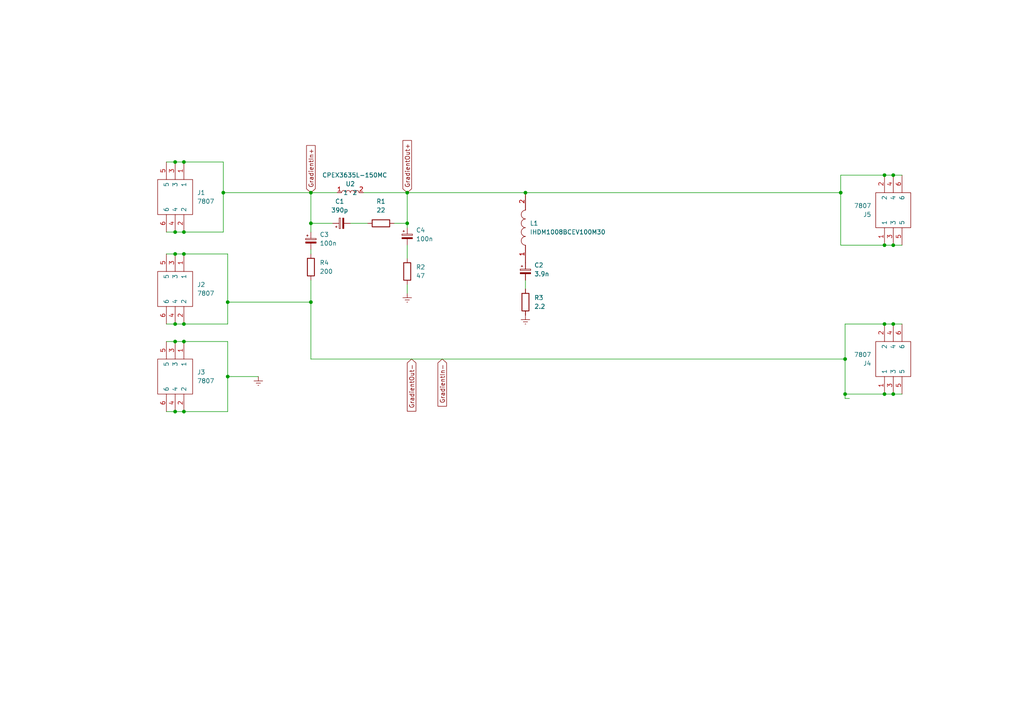
<source format=kicad_sch>
(kicad_sch (version 20230121) (generator eeschema)
  (paper "A4")
  (lib_symbols
    (symbol "Device:C_Polarized_Small" (pin_numbers hide) (pin_names (offset 0.254) hide)
      (property "Reference" "C" (at 0.254 1.778 0))
      (property "Value" "C_Polarized_Small" (at 0.254 -2.032 0))
      (symbol "C_Polarized_Small_0_1"
        (rectangle (start -1.524 -0.3048) (end 1.524 -0.6858) (fill (type outline)))
        (rectangle (start -1.524 0.6858) (end 1.524 0.3048))
        (polyline (pts (xy -1.27 1.524) (xy -0.762 1.524)))
        (polyline (pts (xy -1.016 1.27) (xy -1.016 1.778)))
      )
      (symbol "C_Polarized_Small_1_1"
        (pin passive line (at 0 2.54 270) (length 1.8542) (name "~") (number "1"))
        (pin passive line (at 0 -2.54 90) (length 1.8542) (name "~") (number "2"))
      )
    )
    (symbol "Device:R" (pin_numbers hide) (pin_names (offset 0))
      (property "Reference" "R" (at 2.032 0 90))
      (property "Value" "R" (at 0 0 90))
      (symbol "R_0_1"
        (rectangle (start -1.016 -2.54) (end 1.016 2.54) (stroke (width 0.254)))
      )
      (symbol "R_1_1"
        (pin passive line (at 0 3.81 270) (length 1.27) (name "~") (number "1"))
        (pin passive line (at 0 -3.81 90) (length 1.27) (name "~") (number "2"))
      )
    )
    (symbol "New_Library:7807" (pin_names (offset 0.762))
      (property "Reference" "J" (at 16.51 7.62 0))
      (property "Value" "7807" (at 16.51 5.08 0))
      (symbol "7807_0_0"
        (pin passive line (at 0 0 0) (length 5.08) (name "1") (number "1"))
        (pin passive line (at 20.32 0 180) (length 5.08) (name "2") (number "2"))
        (pin passive line (at 0 -2.54 0) (length 5.08) (name "3") (number "3"))
        (pin passive line (at 20.32 -2.54 180) (length 5.08) (name "4") (number "4"))
        (pin passive line (at 0 -5.08 0) (length 5.08) (name "5") (number "5"))
        (pin passive line (at 20.32 -5.08 180) (length 5.08) (name "6") (number "6"))
      )
      (symbol "7807_0_1"
        (polyline (pts (xy 5.08 2.54) (xy 15.24 2.54) (xy 15.24 -7.62) (xy 5.08 -7.62) (xy 5.08 2.54)) (stroke (width 0.1524)))
      )
    )
    (symbol "New_Library:B32320I8207K000"
      (property "Reference" "U" (at 0 0 0))
      (symbol "B32320I8207K000_0_1"
        (arc (start 2.54 -2.54) (mid 3.1723 -1.905) (end 2.54 -1.27))
        (arc (start 2.54 -1.27) (mid 3.1723 -0.635) (end 2.54 0))
        (arc (start 2.54 0) (mid 3.1723 0.635) (end 2.54 1.27))
        (arc (start 2.54 1.27) (mid 3.1723 1.905) (end 2.54 2.54))
      )
      (symbol "B32320I8207K000_1_1"
        (pin passive line (at 2.54 3.81 270) (length 1.27) (name "1") (number "1"))
        (pin passive line (at 2.54 -3.81 90) (length 1.27) (name "2") (number "2"))
      )
    )
    (symbol "New_Library:IHDM1008BCEV100M30" (pin_names (offset 0.762))
      (property "Reference" "L" (at 16.51 6.35 0))
      (property "Value" "IHDM1008BCEV100M30" (at 16.51 3.81 0))
      (symbol "IHDM1008BCEV100M30_0_0"
        (pin passive line (at 0 0 0) (length 5.08) (name "~") (number "1"))
        (pin passive line (at 20.32 0 180) (length 5.08) (name "~") (number "2"))
      )
      (symbol "IHDM1008BCEV100M30_0_1"
        (arc (start 7.62 0) (mid 6.35 1.2202) (end 5.08 0) (stroke (width 0.1524)))
        (arc (start 10.16 0) (mid 8.89 1.2202) (end 7.62 0) (stroke (width 0.1524)))
        (arc (start 12.7 0) (mid 11.43 1.2202) (end 10.16 0) (stroke (width 0.1524)))
        (arc (start 15.24 0) (mid 13.97 1.2202) (end 12.7 0) (stroke (width 0.1524)))
      )
    )
    (symbol "power:Earth" (power) (pin_names (offset 0))
      (symbol "Earth_0_1"
        (polyline (pts (xy -0.635 -1.905) (xy 0.635 -1.905)))
        (polyline (pts (xy -0.127 -2.54) (xy 0.127 -2.54)))
        (polyline (pts (xy 0 -1.27) (xy 0 0)))
        (polyline (pts (xy 1.27 -1.27) (xy -1.27 -1.27)))
      )
      (symbol "Earth_1_1"
        (pin power_in line (at 0 0 270) (length 0) hide (name "Earth") (number "1"))
      )
    )
  )
  (junction (at 152.4 55.88))
  (junction (at 118.11 64.77))
  (junction (at 64.77 55.88))
  (junction (at 53.34 67.31))
  (junction (at 50.8 93.98))
  (junction (at 90.17 55.88))
  (junction (at 50.8 73.66))
  (junction (at 245.11 114.3))
  (junction (at 53.34 93.98))
  (junction (at 90.17 64.77))
  (junction (at 259.08 93.98))
  (junction (at 256.54 93.98))
  (junction (at 53.34 119.38))
  (junction (at 66.04 87.63))
  (junction (at 259.08 50.8))
  (junction (at 50.8 46.99))
  (junction (at 256.54 71.12))
  (junction (at 259.08 114.3))
  (junction (at 50.8 99.06))
  (junction (at 256.54 114.3))
  (junction (at 53.34 99.06))
  (junction (at 90.17 87.63))
  (junction (at 50.8 119.38))
  (junction (at 256.54 50.8))
  (junction (at 259.08 71.12))
  (junction (at 243.84 55.88))
  (junction (at 53.34 46.99))
  (junction (at 50.8 67.31))
  (junction (at 66.04 109.22))
  (junction (at 118.11 55.88))
  (junction (at 245.11 104.14))
  (junction (at 53.34 73.66))
  (wire (pts (xy 50.8 73.66) (xy 53.34 73.66)))
  (wire (pts (xy 90.17 64.77) (xy 96.52 64.77)))
  (wire (pts (xy 256.54 93.98) (xy 245.11 93.98)))
  (wire (pts (xy 50.8 67.31) (xy 53.34 67.31)))
  (wire (pts (xy 48.26 67.31) (xy 50.8 67.31)))
  (wire (pts (xy 243.84 50.8) (xy 243.84 55.88)))
  (wire (pts (xy 118.11 85.09) (xy 118.11 82.55)))
  (wire (pts (xy 90.17 104.14) (xy 90.17 87.63)))
  (wire (pts (xy 66.04 119.38) (xy 66.04 109.22)))
  (wire (pts (xy 48.26 99.06) (xy 50.8 99.06)))
  (wire (pts (xy 105.41 55.88) (xy 118.11 55.88)))
  (wire (pts (xy 245.11 115.57) (xy 245.11 114.3)))
  (wire (pts (xy 64.77 55.88) (xy 90.17 55.88)))
  (wire (pts (xy 256.54 50.8) (xy 243.84 50.8)))
  (wire (pts (xy 53.34 99.06) (xy 66.04 99.06)))
  (wire (pts (xy 259.08 50.8) (xy 256.54 50.8)))
  (wire (pts (xy 90.17 67.31) (xy 90.17 64.77)))
  (wire (pts (xy 50.8 93.98) (xy 53.34 93.98)))
  (wire (pts (xy 48.26 119.38) (xy 50.8 119.38)))
  (wire (pts (xy 53.34 93.98) (xy 66.04 93.98)))
  (wire (pts (xy 90.17 55.88) (xy 90.17 64.77)))
  (wire (pts (xy 118.11 55.88) (xy 152.4 55.88)))
  (wire (pts (xy 261.62 93.98) (xy 259.08 93.98)))
  (wire (pts (xy 118.11 71.12) (xy 118.11 74.93)))
  (wire (pts (xy 48.26 93.98) (xy 50.8 93.98)))
  (wire (pts (xy 259.08 71.12) (xy 256.54 71.12)))
  (wire (pts (xy 90.17 104.14) (xy 245.11 104.14)))
  (wire (pts (xy 66.04 73.66) (xy 66.04 87.63)))
  (wire (pts (xy 259.08 114.3) (xy 256.54 114.3)))
  (wire (pts (xy 50.8 46.99) (xy 53.34 46.99)))
  (wire (pts (xy 48.26 73.66) (xy 50.8 73.66)))
  (wire (pts (xy 53.34 46.99) (xy 64.77 46.99)))
  (wire (pts (xy 118.11 55.88) (xy 118.11 64.77)))
  (wire (pts (xy 152.4 81.28) (xy 152.4 83.82)))
  (wire (pts (xy 246.38 115.57) (xy 245.11 115.57)))
  (wire (pts (xy 53.34 73.66) (xy 66.04 73.66)))
  (wire (pts (xy 245.11 114.3) (xy 245.11 104.14)))
  (wire (pts (xy 118.11 64.77) (xy 118.11 66.04)))
  (wire (pts (xy 50.8 119.38) (xy 53.34 119.38)))
  (wire (pts (xy 90.17 55.88) (xy 97.79 55.88)))
  (wire (pts (xy 90.17 81.28) (xy 90.17 87.63)))
  (wire (pts (xy 48.26 46.99) (xy 50.8 46.99)))
  (wire (pts (xy 245.11 93.98) (xy 245.11 104.14)))
  (wire (pts (xy 64.77 46.99) (xy 64.77 55.88)))
  (wire (pts (xy 243.84 55.88) (xy 243.84 71.12)))
  (wire (pts (xy 101.6 64.77) (xy 106.68 64.77)))
  (wire (pts (xy 261.62 50.8) (xy 259.08 50.8)))
  (wire (pts (xy 64.77 55.88) (xy 64.77 67.31)))
  (wire (pts (xy 259.08 93.98) (xy 256.54 93.98)))
  (wire (pts (xy 256.54 71.12) (xy 243.84 71.12)))
  (wire (pts (xy 114.3 64.77) (xy 118.11 64.77)))
  (wire (pts (xy 256.54 114.3) (xy 245.11 114.3)))
  (wire (pts (xy 261.62 114.3) (xy 259.08 114.3)))
  (wire (pts (xy 152.4 55.88) (xy 243.84 55.88)))
  (wire (pts (xy 66.04 93.98) (xy 66.04 87.63)))
  (wire (pts (xy 90.17 72.39) (xy 90.17 73.66)))
  (wire (pts (xy 50.8 99.06) (xy 53.34 99.06)))
  (wire (pts (xy 53.34 67.31) (xy 64.77 67.31)))
  (wire (pts (xy 261.62 71.12) (xy 259.08 71.12)))
  (wire (pts (xy 66.04 109.22) (xy 74.93 109.22)))
  (wire (pts (xy 53.34 119.38) (xy 66.04 119.38)))
  (wire (pts (xy 66.04 87.63) (xy 90.17 87.63)))
  (wire (pts (xy 66.04 99.06) (xy 66.04 109.22)))
  (global_label "GradientIn+" (shape input) (at 90.17 55.88 90) (property "Intersheetrefs" "${INTERSHEET_REFS}" (effects hide)))
  (global_label "GradientOut+" (shape input) (at 118.11 55.88 90) (property "Intersheetrefs" "${INTERSHEET_REFS}" (effects hide)))
  (global_label "GradientOut-" (shape input) (at 119.38 104.14 270) (property "Intersheetrefs" "${INTERSHEET_REFS}" (effects hide)))
  (global_label "GradientIn-" (shape input) (at 128.27 104.14 270) (property "Intersheetrefs" "${INTERSHEET_REFS}" (effects hide)))
  (symbol (lib_id "New_Library:IHDM1008BCEV100M30") (at 152.4 76.2 90) (unit 1)
    (property "Reference" "L1" (at 153.67 64.77 90) (effects (justify right)))
    (property "Value" "IHDM1008BCEV100M30" (at 153.67 67.31 90) (effects (justify right)))
    (property "Footprint" "AA-MyLibrary:IHDM1008BCEV1R2M3A" (effects hide))
    (property "Datasheet" "https://www.mouser.com/datasheet/2/427/ihdm-1008bc-v0-1596104.pdf" (effects hide))
    (property "Description" "VISHAY - IHDM1008BCEV100M30 - INDUCTOR, 10UH, 20%, 30A" (effects hide))
    (property "Height" "22.75" (effects hide))
    (property "Manufacturer_Name" "Vishay" (effects hide))
    (property "Manufacturer_Part_Number" "IHDM1008BCEV100M30" (effects hide))
    (property "Mouser Part Number" "70-IHDM1008BCV100M30" (effects hide))
    (property "Mouser Price/Stock" "https://www.mouser.co.uk/ProductDetail/Vishay-Dale/IHDM1008BCEV100M30?qs=T3oQrply3y8HteQqJVJyLg%3D%3D" (effects hide))
  )
  (symbol (lib_id "New_Library:B32320I8207K000") (at 101.6 58.42 90) (unit 1)
    (property "Reference" "U2" (at 101.6 53.34 90))
    (property "Value" "CPEX3635L-150MC" (at 102.87 50.8 90))
    (property "Footprint" "AA-MyLibrary:CPEX3635L" (effects hide))
  )
  (symbol (lib_id "New_Library:7807") (at 256.54 114.3 90) (unit 1)
    (property "Reference" "J4" (at 252.73 105.41 90) (effects (justify left)))
    (property "Value" "7807" (at 252.73 102.87 90) (effects (justify left)))
    (property "Footprint" "AA-MyLibrary:7807" (effects hide))
    (property "Datasheet" "http://www.keyelco.com/product-pdf.cfm?p=1119" (effects hide))
    (property "Description" "KEYSTONE - 7807 - TERMINAL, PCB SCREW, 2.57MM" (effects hide))
    (property "Height" "11.76" (effects hide))
    (property "Mouser Part Number" "534-7807" (effects hide))
    (property "Mouser Price/Stock" "https://www.mouser.co.uk/ProductDetail/Keystone-Electronics/7807?qs=%2F%252BPMR94VuMaEJokheHBVWg%3D%3D" (effects hide))
    (property "Manufacturer_Name" "Keystone Electronics" (effects hide))
    (property "Manufacturer_Part_Number" "7807" (effects hide))
  )
  (symbol (lib_id "New_Library:7807") (at 53.34 46.99 270) (unit 1)
    (property "Reference" "J1" (at 57.15 55.88 90) (effects (justify left)))
    (property "Value" "7807" (at 57.15 58.42 90) (effects (justify left)))
    (property "Footprint" "AA-MyLibrary:7807" (effects hide))
    (property "Datasheet" "http://www.keyelco.com/product-pdf.cfm?p=1119" (effects hide))
    (property "Description" "KEYSTONE - 7807 - TERMINAL, PCB SCREW, 2.57MM" (effects hide))
    (property "Height" "11.76" (effects hide))
    (property "Mouser Part Number" "534-7807" (effects hide))
    (property "Mouser Price/Stock" "https://www.mouser.co.uk/ProductDetail/Keystone-Electronics/7807?qs=%2F%252BPMR94VuMaEJokheHBVWg%3D%3D" (effects hide))
    (property "Manufacturer_Name" "Keystone Electronics" (effects hide))
    (property "Manufacturer_Part_Number" "7807" (effects hide))
  )
  (symbol (lib_id "Device:R") (at 110.49 64.77 90) (unit 1)
    (property "Reference" "R1" (at 110.49 58.42 90))
    (property "Value" "22" (at 110.49 60.96 90))
    (property "Footprint" "AA-MyLibrary:Resistor big" (effects hide))
  )
  (symbol (lib_id "power:Earth") (at 118.11 85.09 0) (unit 1)
    (property "Reference" "#PWR02" (effects hide))
    (property "Value" "Earth" (effects hide))
  )
  (symbol (lib_id "Device:R") (at 152.4 87.63 0) (unit 1)
    (property "Reference" "R3" (at 154.94 86.36 0) (effects (justify left)))
    (property "Value" "2.2" (at 154.94 88.9 0) (effects (justify left)))
    (property "Footprint" "AA-MyLibrary:Resistor big" (effects hide))
  )
  (symbol (lib_id "Device:R") (at 118.11 78.74 180) (unit 1)
    (property "Reference" "R2" (at 120.65 77.47 0) (effects (justify right)))
    (property "Value" "47" (at 120.65 80.01 0) (effects (justify right)))
    (property "Footprint" "AA-MyLibrary:Resistor big" (effects hide))
  )
  (symbol (lib_id "power:Earth") (at 74.93 109.22 0) (unit 1)
    (property "Reference" "#PWR01" (effects hide))
    (property "Value" "Earth" (effects hide))
  )
  (symbol (lib_id "Device:C_Polarized_Small") (at 99.06 64.77 90) (unit 1)
    (property "Reference" "C1" (at 98.5139 58.42 90))
    (property "Value" "390p" (at 98.5139 60.96 90))
    (property "Footprint" "Capacitor_THT:C_Rect_L16.5mm_W4.9mm_P15.00mm_MKT" (effects hide))
  )
  (symbol (lib_id "New_Library:7807") (at 256.54 71.12 90) (unit 1)
    (property "Reference" "J5" (at 252.73 62.23 90) (effects (justify left)))
    (property "Value" "7807" (at 252.73 59.69 90) (effects (justify left)))
    (property "Footprint" "AA-MyLibrary:7807" (effects hide))
    (property "Datasheet" "http://www.keyelco.com/product-pdf.cfm?p=1119" (effects hide))
    (property "Description" "KEYSTONE - 7807 - TERMINAL, PCB SCREW, 2.57MM" (effects hide))
    (property "Height" "11.76" (effects hide))
    (property "Mouser Part Number" "534-7807" (effects hide))
    (property "Mouser Price/Stock" "https://www.mouser.co.uk/ProductDetail/Keystone-Electronics/7807?qs=%2F%252BPMR94VuMaEJokheHBVWg%3D%3D" (effects hide))
    (property "Manufacturer_Name" "Keystone Electronics" (effects hide))
    (property "Manufacturer_Part_Number" "7807" (effects hide))
  )
  (symbol (lib_id "New_Library:7807") (at 53.34 99.06 270) (unit 1)
    (property "Reference" "J3" (at 57.15 107.95 90) (effects (justify left)))
    (property "Value" "7807" (at 57.15 110.49 90) (effects (justify left)))
    (property "Footprint" "AA-MyLibrary:7807" (effects hide))
    (property "Datasheet" "http://www.keyelco.com/product-pdf.cfm?p=1119" (effects hide))
    (property "Description" "KEYSTONE - 7807 - TERMINAL, PCB SCREW, 2.57MM" (effects hide))
    (property "Height" "11.76" (effects hide))
    (property "Mouser Part Number" "534-7807" (effects hide))
    (property "Mouser Price/Stock" "https://www.mouser.co.uk/ProductDetail/Keystone-Electronics/7807?qs=%2F%252BPMR94VuMaEJokheHBVWg%3D%3D" (effects hide))
    (property "Manufacturer_Name" "Keystone Electronics" (effects hide))
    (property "Manufacturer_Part_Number" "7807" (effects hide))
  )
  (symbol (lib_id "Device:R") (at 90.17 77.47 180) (unit 1)
    (property "Reference" "R4" (at 92.71 76.2 0) (effects (justify right)))
    (property "Value" "200" (at 92.71 78.74 0) (effects (justify right)))
    (property "Footprint" "Resistor_THT:R_Axial_DIN0204_L3.6mm_D1.6mm_P7.62mm_Horizontal" (effects hide))
  )
  (symbol (lib_id "Device:C_Polarized_Small") (at 118.11 68.58 0) (unit 1)
    (property "Reference" "C4" (at 120.65 66.7639 0) (effects (justify left)))
    (property "Value" "100n" (at 120.65 69.3039 0) (effects (justify left)))
    (property "Footprint" "Capacitor_THT:C_Rect_L26.5mm_W11.5mm_P22.50mm_MKS4" (effects hide))
  )
  (symbol (lib_id "power:Earth") (at 152.4 91.44 0) (unit 1)
    (property "Reference" "#PWR03" (effects hide))
    (property "Value" "Earth" (effects hide))
  )
  (symbol (lib_id "New_Library:7807") (at 53.34 73.66 270) (unit 1)
    (property "Reference" "J2" (at 57.15 82.55 90) (effects (justify left)))
    (property "Value" "7807" (at 57.15 85.09 90) (effects (justify left)))
    (property "Footprint" "AA-MyLibrary:7807" (effects hide))
    (property "Datasheet" "http://www.keyelco.com/product-pdf.cfm?p=1119" (effects hide))
    (property "Description" "KEYSTONE - 7807 - TERMINAL, PCB SCREW, 2.57MM" (effects hide))
    (property "Height" "11.76" (effects hide))
    (property "Mouser Part Number" "534-7807" (effects hide))
    (property "Mouser Price/Stock" "https://www.mouser.co.uk/ProductDetail/Keystone-Electronics/7807?qs=%2F%252BPMR94VuMaEJokheHBVWg%3D%3D" (effects hide))
    (property "Manufacturer_Name" "Keystone Electronics" (effects hide))
    (property "Manufacturer_Part_Number" "7807" (effects hide))
  )
  (symbol (lib_id "Device:C_Polarized_Small") (at 90.17 69.85 0) (unit 1)
    (property "Reference" "C3" (at 92.71 68.0339 0) (effects (justify left)))
    (property "Value" "100n" (at 92.71 70.5739 0) (effects (justify left)))
    (property "Footprint" "Capacitor_THT:C_Rect_L26.5mm_W11.5mm_P22.50mm_MKS4" (effects hide))
  )
  (symbol (lib_id "Device:C_Polarized_Small") (at 152.4 78.74 0) (unit 1)
    (property "Reference" "C2" (at 154.94 76.9239 0) (effects (justify left)))
    (property "Value" "3.9n" (at 154.94 79.4639 0) (effects (justify left)))
    (property "Footprint" "Capacitor_THT:C_Rect_L18.0mm_W9.0mm_P15.00mm_FKS3_FKP3" (effects hide))
  )
)
</source>
